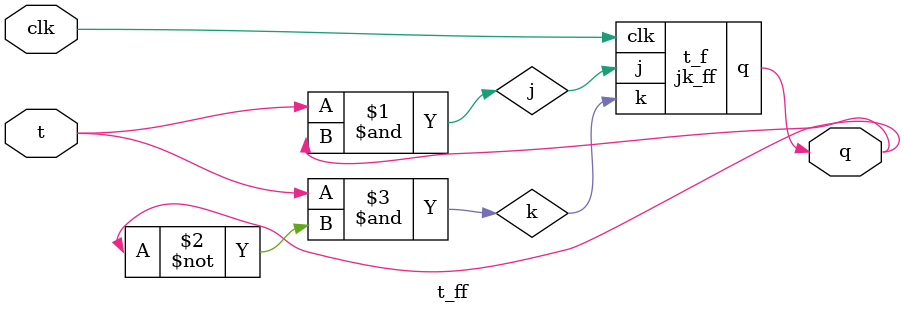
<source format=v>
module jk_ff(j,k,clk,q);
input wire j,k,clk;
output reg q;

always@(posedge clk)begin 
	if(j==0 && k==0) q<=q;
	else if(j==0 && k==1) q<=0;
	else if(j==1 && k==0) q<=1;
	else q<=~q;
end

endmodule

module t_ff(t,clk,q);
input wire t,clk;
output reg q;

wire j,k;

and g1(j,t,q);
and g2(k,t,~q);

jk_ff t_f(.j(j),.k(k),.clk(clk),.q(q));


endmodule

</source>
